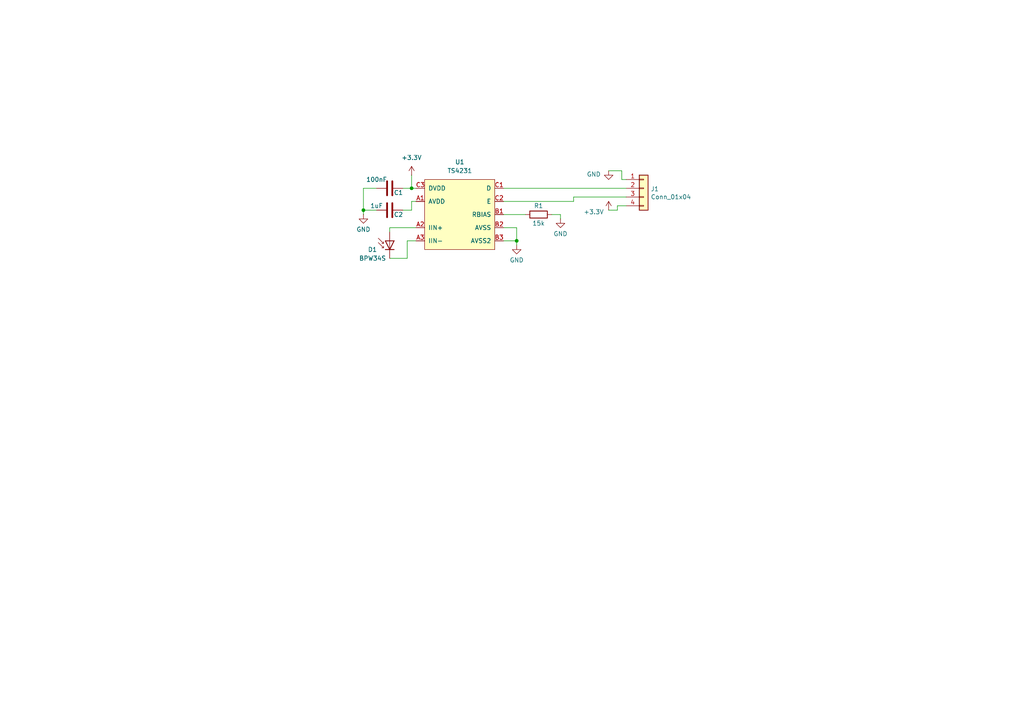
<source format=kicad_sch>
(kicad_sch (version 20231120) (generator "eeschema") (generator_version "8.0")
  (paper "A4")
  (lib_symbols
    (symbol "Connector_Generic:Conn_01x04" (pin_names (offset 1.016) hide)
      (property "Reference" "J" (at 0 5.08 0))
      (property "Value" "Conn_01x04" (at 0 -7.62 0))
      (symbol "Conn_01x04_1_1"
        (rectangle (start -1.27 -4.953) (end 0 -5.207) (stroke (width 0.1524)))
        (rectangle (start -1.27 -2.413) (end 0 -2.667) (stroke (width 0.1524)))
        (rectangle (start -1.27 0.127) (end 0 -0.127) (stroke (width 0.1524)))
        (rectangle (start -1.27 2.667) (end 0 2.413) (stroke (width 0.1524)))
        (rectangle (start -1.27 3.81) (end 1.27 -6.35) (stroke (width 0.254)) (fill (type background)))
        (pin passive line (at -5.08 2.54 0) (length 3.81) (name "Pin_1") (number "1"))
        (pin passive line (at -5.08 0 0) (length 3.81) (name "Pin_2") (number "2"))
        (pin passive line (at -5.08 -2.54 0) (length 3.81) (name "Pin_3") (number "3"))
        (pin passive line (at -5.08 -5.08 0) (length 3.81) (name "Pin_4") (number "4"))
      )
    )
    (symbol "Device:C" (pin_numbers hide) (pin_names (offset 0.254))
      (property "Reference" "C" (at 0.635 2.54 0))
      (property "Value" "C" (at 0.635 -2.54 0))
      (symbol "C_0_1"
        (polyline (pts (xy -2.032 -0.762) (xy 2.032 -0.762)) (stroke (width 0.508)))
        (polyline (pts (xy -2.032 0.762) (xy 2.032 0.762)) (stroke (width 0.508)))
      )
      (symbol "C_1_1"
        (pin passive line (at 0 3.81 270) (length 2.794) (name "~") (number "1"))
        (pin passive line (at 0 -3.81 90) (length 2.794) (name "~") (number "2"))
      )
    )
    (symbol "Device:D_Photo" (pin_numbers hide) (pin_names hide)
      (property "Reference" "D" (at 0.508 1.778 0))
      (property "Value" "D_Photo" (at -1.016 -2.794 0))
      (symbol "D_Photo_0_1"
        (polyline (pts (xy -2.54 1.27) (xy -2.54 -1.27)) (stroke (width 0.254)))
        (polyline (pts (xy -2.032 1.778) (xy -1.524 1.778)))
        (polyline (pts (xy 0 0) (xy -2.54 0)))
        (polyline (pts (xy -0.508 3.302) (xy -2.032 1.778) (xy -2.032 2.286)))
        (polyline (pts (xy 0 -1.27) (xy 0 1.27) (xy -2.54 0) (xy 0 -1.27)) (stroke (width 0.254)))
        (polyline (pts (xy 0.762 3.302) (xy -0.762 1.778) (xy -0.762 2.286) (xy -0.762 1.778) (xy -0.254 1.778)))
      )
      (symbol "D_Photo_1_1"
        (pin passive line (at -5.08 0 0) (length 2.54) (name "K") (number "1"))
        (pin passive line (at 2.54 0 180) (length 2.54) (name "A") (number "2"))
      )
    )
    (symbol "Device:R" (pin_numbers hide) (pin_names (offset 0))
      (property "Reference" "R" (at 2.032 0 90))
      (property "Value" "R" (at 0 0 90))
      (symbol "R_0_1"
        (rectangle (start -1.016 -2.54) (end 1.016 2.54) (stroke (width 0.254)))
      )
      (symbol "R_1_1"
        (pin passive line (at 0 3.81 270) (length 1.27) (name "~") (number "1"))
        (pin passive line (at 0 -3.81 90) (length 1.27) (name "~") (number "2"))
      )
    )
    (symbol "TS4231-BOB:TS4231" (pin_names (offset 1.016))
      (property "Reference" "U" (at 2.54 -1.27 0))
      (property "Value" "TS4231" (at -12.7 -24.13 0))
      (symbol "TS4231_0_1"
        (rectangle (start 3.81 -2.54) (end -16.51 -22.86) (fill (type background)))
      )
      (symbol "TS4231_1_1"
        (pin power_in line (at -19.05 -8.89 0) (length 2.54) (name "AVDD") (number "A1"))
        (pin input line (at -19.05 -16.51 0) (length 2.54) (name "IIN+") (number "A2"))
        (pin input line (at -19.05 -20.32 0) (length 2.54) (name "IIN-") (number "A3"))
        (pin passive line (at 6.35 -12.7 180) (length 2.54) (name "RBIAS") (number "B1"))
        (pin power_in line (at 6.35 -16.51 180) (length 2.54) (name "AVSS") (number "B2"))
        (pin power_in line (at 6.35 -20.32 180) (length 2.54) (name "AVSS2") (number "B3"))
        (pin bidirectional line (at 6.35 -5.08 180) (length 2.54) (name "D") (number "C1"))
        (pin bidirectional line (at 6.35 -8.89 180) (length 2.54) (name "E") (number "C2"))
        (pin power_in line (at -19.05 -5.08 0) (length 2.54) (name "DVDD") (number "C3"))
      )
    )
    (symbol "power:+3.3V" (power) (pin_numbers hide) (pin_names (offset 0) hide)
      (property "Value" "+3.3V" (at 0 3.556 0))
      (symbol "+3.3V_0_1"
        (polyline (pts (xy -0.762 1.27) (xy 0 2.54)))
        (polyline (pts (xy 0 0) (xy 0 2.54)))
        (polyline (pts (xy 0 2.54) (xy 0.762 1.27)))
      )
      (symbol "+3.3V_1_1"
        (pin power_in line (at 0 0 90) (length 0) (name "~") (number "1"))
      )
    )
    (symbol "power:GND" (power) (pin_numbers hide) (pin_names (offset 0) hide)
      (property "Value" "GND" (at 0 -3.81 0))
      (symbol "GND_0_1"
        (polyline (pts (xy 0 0) (xy 0 -1.27) (xy 1.27 -1.27) (xy 0 -2.54) (xy -1.27 -1.27) (xy 0 -1.27)))
      )
      (symbol "GND_1_1"
        (pin power_in line (at 0 0 270) (length 0) (name "~") (number "1"))
      )
    )
  )
  (junction (at 149.86 69.85))
  (junction (at 119.38 54.61))
  (junction (at 105.41 60.96))
  (wire (pts (xy 113.03 74.93) (xy 118.11 74.93)))
  (wire (pts (xy 116.84 60.96) (xy 119.38 60.96)))
  (wire (pts (xy 149.86 69.85) (xy 149.86 71.12)))
  (wire (pts (xy 149.86 66.04) (xy 149.86 69.85)))
  (wire (pts (xy 116.84 54.61) (xy 119.38 54.61)))
  (wire (pts (xy 146.05 66.04) (xy 149.86 66.04)))
  (wire (pts (xy 176.53 49.53) (xy 180.34 49.53)))
  (wire (pts (xy 179.07 60.96) (xy 179.07 59.69)))
  (wire (pts (xy 146.05 54.61) (xy 181.61 54.61)))
  (wire (pts (xy 160.02 62.23) (xy 162.56 62.23)))
  (wire (pts (xy 118.11 69.85) (xy 120.65 69.85)))
  (wire (pts (xy 109.22 54.61) (xy 105.41 54.61)))
  (wire (pts (xy 118.11 74.93) (xy 118.11 69.85)))
  (wire (pts (xy 105.41 60.96) (xy 105.41 62.23)))
  (wire (pts (xy 166.37 58.42) (xy 166.37 57.15)))
  (wire (pts (xy 119.38 54.61) (xy 120.65 54.61)))
  (wire (pts (xy 162.56 62.23) (xy 162.56 63.5)))
  (wire (pts (xy 113.03 66.04) (xy 120.65 66.04)))
  (wire (pts (xy 146.05 58.42) (xy 166.37 58.42)))
  (wire (pts (xy 152.4 62.23) (xy 146.05 62.23)))
  (wire (pts (xy 113.03 67.31) (xy 113.03 66.04)))
  (wire (pts (xy 119.38 60.96) (xy 119.38 58.42)))
  (wire (pts (xy 180.34 52.07) (xy 181.61 52.07)))
  (wire (pts (xy 166.37 57.15) (xy 181.61 57.15)))
  (wire (pts (xy 149.86 69.85) (xy 146.05 69.85)))
  (wire (pts (xy 179.07 59.69) (xy 181.61 59.69)))
  (wire (pts (xy 180.34 49.53) (xy 180.34 52.07)))
  (wire (pts (xy 176.53 60.96) (xy 179.07 60.96)))
  (wire (pts (xy 119.38 58.42) (xy 120.65 58.42)))
  (wire (pts (xy 119.38 50.8) (xy 119.38 54.61)))
  (wire (pts (xy 109.22 60.96) (xy 105.41 60.96)))
  (wire (pts (xy 105.41 54.61) (xy 105.41 60.96)))
  (symbol (lib_id "Device:C") (at 113.03 54.61 270) (unit 1)
    (property "Reference" "C1" (at 115.57 55.88 90))
    (property "Value" "100nF" (at 109.22 52.07 90))
    (property "Footprint" "Capacitor_SMD:C_0603_1608Metric" (effects (hide yes)))
    (property "Datasheet" "https://media.digikey.com/pdf/Data%20Sheets/Samsung%20PDFs/CL05B104KO5NNNC.pdf" (effects (hide yes)))
    (property "Mfr" "Samsung Electro-Mechanics" (effects (hide yes)))
    (property "Mfr #" "CL05B104KO5NNNC" (effects (hide yes)))
    (property "Price" "$0.10" (effects (hide yes)))
  )
  (symbol (lib_id "Device:C") (at 113.03 60.96 270) (unit 1)
    (property "Reference" "C2" (at 115.57 62.23 90))
    (property "Value" "1uF" (at 109.22 59.69 90))
    (property "Footprint" "Capacitor_SMD:C_0603_1608Metric" (effects (hide yes)))
    (property "Datasheet" "http://www.samsungsem.com/kr/support/product-search/mlcc/CL05A105KP5NNNC.jsp" (effects (hide yes)))
    (property "Mfr" "Samsung Electro-Mechanics" (effects (hide yes)))
    (property "Mfr #" "CL05A105KP5NNNC" (effects (hide yes)))
    (property "Price" "$0.10" (effects (hide yes)))
  )
  (symbol (lib_id "Device:R") (at 156.21 62.23 270) (unit 1)
    (property "Reference" "R1" (at 156.21 59.69 90))
    (property "Value" "15k" (at 156.21 64.77 90))
    (property "Footprint" "Resistor_SMD:R_0603_1608Metric" (effects (hide yes)))
    (property "Datasheet" "https://industrial.panasonic.com/cdbs/www-data/pdf/RDA0000/AOA0000C304.pdf" (effects (hide yes)))
    (property "Mfr" "Panasonic" (effects (hide yes)))
    (property "Mfr #" "ERJ-2RKF1502X" (effects (hide yes)))
    (property "Price" "$0.10" (effects (hide yes)))
  )
  (symbol (lib_id "Connector_Generic:Conn_01x04") (at 186.69 54.61 0) (unit 1)
    (property "Reference" "J1" (at 188.722 54.8132 0) (effects (justify left)))
    (property "Value" "Conn_01x04" (at 188.722 57.1246 0) (effects (justify left)))
    (property "Footprint" "Connector_PinHeader_2.54mm:PinHeader_1x04_P2.54mm_Vertical" (effects (hide yes)))
  )
  (symbol (lib_id "Device:D_Photo") (at 113.03 69.85 90) (unit 1)
    (property "Reference" "D1" (at 106.68 72.39 90) (effects (justify right)))
    (property "Value" "BPW34S" (at 104.14 74.93 90) (effects (justify right)))
    (property "Footprint" "TS4231-BOB:BPW34" (effects (hide yes)))
    (property "Datasheet" "https://dammedia.osram.info/media/resource/hires/osram-dam-5488319/BPW%2034%20S_EN.pdf" (effects (hide yes)))
    (property "Mfr" "OSRAM Opto Semiconductors Inc." (effects (hide yes)))
    (property "Mfr #" "BPW 34 S-Z" (effects (hide yes)))
    (property "Price" "$1.08" (effects (hide yes)))
  )
  (symbol (lib_id "TS4231-BOB:TS4231") (at 139.7 49.53 0) (unit 1)
    (property "Reference" "U1" (at 133.35 46.99 0))
    (property "Value" "TS4231" (at 133.35 49.53 0))
    (property "Footprint" "TS4231-BOB:TS4231" (effects (hide yes)))
    (property "Datasheet" "https://triadsemi.com/wp-content/uploads/2019/09/TS4231-Datasheet.pdf" (effects (hide yes)))
    (property "Description" "2nd Generation Light to Digital Converter (Envelope and Data)" (effects (hide yes)))
  )
  (symbol (lib_id "power:GND") (at 162.56 63.5 0) (unit 1)
    (property "Reference" "#PWR05" (effects (hide yes)))
    (property "Value" "GND" (at 162.56 67.818 0))
    (property "Description" "Power symbol creates a global label with name \"GND\" , ground" (effects (hide yes)))
  )
  (symbol (lib_id "power:+3.3V") (at 119.38 50.8 0) (unit 1)
    (property "Reference" "#PWR01" (effects (hide yes)))
    (property "Value" "+3.3V" (at 119.38 45.72 0))
    (property "Description" "Power symbol creates a global label with name \"+3.3V\"" (effects (hide yes)))
  )
  (symbol (lib_id "power:+3.3V") (at 176.53 60.96 0) (unit 1)
    (property "Reference" "#PWR02" (effects (hide yes)))
    (property "Value" "+3.3V" (at 172.212 61.468 0))
    (property "Description" "Power symbol creates a global label with name \"+3.3V\"" (effects (hide yes)))
  )
  (symbol (lib_id "power:GND") (at 149.86 71.12 0) (unit 1)
    (property "Reference" "#PWR04" (effects (hide yes)))
    (property "Value" "GND" (at 149.86 75.438 0))
    (property "Description" "Power symbol creates a global label with name \"GND\" , ground" (effects (hide yes)))
  )
  (symbol (lib_id "power:GND") (at 176.53 49.53 0) (unit 1)
    (property "Reference" "#PWR06" (effects (hide yes)))
    (property "Value" "GND" (at 172.212 50.546 0))
    (property "Description" "Power symbol creates a global label with name \"GND\" , ground" (effects (hide yes)))
  )
  (symbol (lib_id "power:GND") (at 105.41 62.23 0) (unit 1)
    (property "Reference" "#PWR03" (effects (hide yes)))
    (property "Value" "GND" (at 105.41 66.548 0))
    (property "Description" "Power symbol creates a global label with name \"GND\" , ground" (effects (hide yes)))
  )
)
</source>
